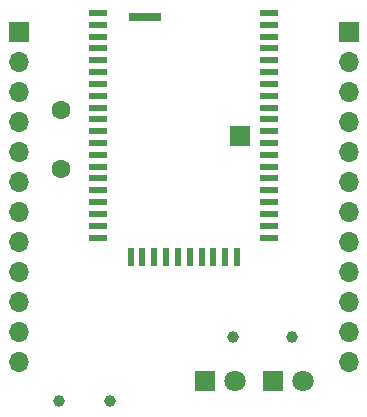
<source format=gbr>
%TF.GenerationSoftware,KiCad,Pcbnew,8.0.3*%
%TF.CreationDate,2024-07-23T20:10:18-07:00*%
%TF.ProjectId,BM-83 Carrier PCB,424d2d38-3320-4436-9172-726965722050,rev?*%
%TF.SameCoordinates,Original*%
%TF.FileFunction,Soldermask,Top*%
%TF.FilePolarity,Negative*%
%FSLAX46Y46*%
G04 Gerber Fmt 4.6, Leading zero omitted, Abs format (unit mm)*
G04 Created by KiCad (PCBNEW 8.0.3) date 2024-07-23 20:10:18*
%MOMM*%
%LPD*%
G01*
G04 APERTURE LIST*
%ADD10C,1.000000*%
%ADD11R,1.498600X0.609600*%
%ADD12R,0.609600X1.498600*%
%ADD13R,1.778000X1.778000*%
%ADD14R,2.794000X0.762000*%
%ADD15R,1.800000X1.800000*%
%ADD16C,1.800000*%
%ADD17R,1.700000X1.700000*%
%ADD18O,1.700000X1.700000*%
%ADD19C,1.600000*%
G04 APERTURE END LIST*
D10*
%TO.C,RX1*%
X155200000Y-95200000D03*
%TD*%
%TO.C,TX1*%
X150200000Y-95200000D03*
%TD*%
%TO.C,Aud1*%
X135500000Y-100600000D03*
%TD*%
D11*
%TO.C,U1*%
X138799570Y-67736720D03*
X138799570Y-68737480D03*
X138799570Y-69738240D03*
X138799570Y-70739000D03*
X138799570Y-71739760D03*
X138799570Y-72740520D03*
X138799570Y-73741280D03*
X138799570Y-74742040D03*
X138799570Y-75742800D03*
X138799570Y-76743560D03*
X138799570Y-77744320D03*
X138799570Y-78745080D03*
X138799570Y-79745840D03*
X138799570Y-80746600D03*
X138799570Y-81747360D03*
X138799570Y-82748120D03*
X138799570Y-83748880D03*
X138799570Y-84749640D03*
X138799570Y-85750400D03*
X138799570Y-86751160D03*
D12*
X141546580Y-88394540D03*
X142547340Y-88394540D03*
X143548100Y-88394540D03*
X144548860Y-88394540D03*
X145549620Y-88394540D03*
X146550380Y-88394540D03*
X147551140Y-88394540D03*
X148551900Y-88394540D03*
X149552660Y-88394540D03*
X150553420Y-88394540D03*
D11*
X153300430Y-86751160D03*
X153300430Y-85750400D03*
X153300430Y-84749640D03*
X153300430Y-83748880D03*
X153300430Y-82748120D03*
X153300430Y-81747360D03*
X153300430Y-80746600D03*
X153300430Y-79745840D03*
X153300430Y-78745080D03*
X153300430Y-77744320D03*
X153300430Y-76743560D03*
X153300430Y-75742800D03*
X153300430Y-74742040D03*
X153300430Y-73741280D03*
X153300430Y-72740520D03*
X153300430Y-71739760D03*
X153300430Y-70739000D03*
X153300430Y-69738240D03*
X153300430Y-68737480D03*
X153300430Y-67736720D03*
D13*
X150820001Y-78173580D03*
D14*
X142760700Y-68064380D03*
%TD*%
D10*
%TO.C,Aud2*%
X139800000Y-100600000D03*
%TD*%
D15*
%TO.C,D2*%
X147860000Y-98900000D03*
D16*
X150400000Y-98900000D03*
%TD*%
D15*
%TO.C,D1*%
X153600000Y-98900000D03*
D16*
X156140000Y-98900000D03*
%TD*%
D17*
%TO.C,J2*%
X160020000Y-69342000D03*
D18*
X160020000Y-71882000D03*
X160020000Y-74422000D03*
X160020000Y-76962000D03*
X160020000Y-79502000D03*
X160020000Y-82042000D03*
X160020000Y-84582000D03*
X160020000Y-87122000D03*
X160020000Y-89662000D03*
X160020000Y-92202000D03*
X160020000Y-94742000D03*
X160020000Y-97282000D03*
%TD*%
D17*
%TO.C,J1*%
X132080000Y-69342000D03*
D18*
X132080000Y-71882000D03*
X132080000Y-74422000D03*
X132080000Y-76962000D03*
X132080000Y-79502000D03*
X132080000Y-82042000D03*
X132080000Y-84582000D03*
X132080000Y-87122000D03*
X132080000Y-89662000D03*
X132080000Y-92202000D03*
X132080000Y-94742000D03*
X132080000Y-97282000D03*
%TD*%
D19*
%TO.C,C1*%
X135636000Y-80986000D03*
X135636000Y-75986000D03*
%TD*%
M02*

</source>
